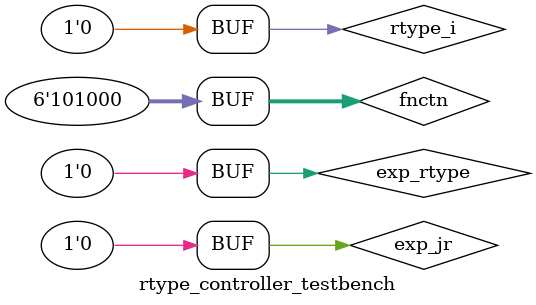
<source format=v>
`define DELAY 20
module rtype_controller_testbench();
   reg rtype_i;
   reg [5:0] fnctn;
   reg       exp_rtype, exp_jr;
   wire tresult;
   wire rtype, reg_write, reg_write2;
   wire jr;

   rtype_controller rc (rtype, reg_write, reg_write2, jr, rtype_i, 1'b0, 1'b0, fnctn);

   wire m1,m2;
   xnor xn1(m1, rtype, exp_rtype);
   xnor xn2(m2, jr, exp_jr);
   and ad(tresult, m1, m2);

   initial begin
      rtype_i = 1;
      fnctn = 6'b00_1000;
      exp_rtype = 0;
      exp_jr = 1;
      #`DELAY;
      rtype_i = 0;
      fnctn = 6'b00_1000;
      exp_rtype = 0;
      exp_jr = 0;
      #`DELAY;
      rtype_i = 1;
      fnctn = 6'b10_1000;
      exp_rtype = 1;
      exp_jr = 0;
      #`DELAY;
      rtype_i = 0;
      fnctn = 6'b10_1000;
      exp_rtype = 0;
      exp_jr = 0;
   end

   initial begin
      $monitor("time = %2d, rtype_i=%1b, rtype=%1b, exp_rtype=%1b, fnctn=%1b, jr=%1b, exp_jr=%1b, tresult=%1b", $time, rtype_i, rtype, exp_rtype, fnctn, jr, exp_jr, tresult);
   end

endmodule //rtype_controller_testbench

</source>
